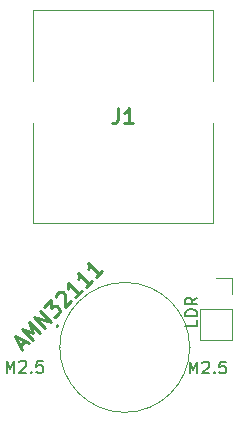
<source format=gbr>
G04 #@! TF.GenerationSoftware,KiCad,Pcbnew,(5.1.4)-1*
G04 #@! TF.CreationDate,2022-11-30T15:04:29+00:00*
G04 #@! TF.ProjectId,PIR_Board,5049525f-426f-4617-9264-2e6b69636164,rev?*
G04 #@! TF.SameCoordinates,Original*
G04 #@! TF.FileFunction,Legend,Top*
G04 #@! TF.FilePolarity,Positive*
%FSLAX46Y46*%
G04 Gerber Fmt 4.6, Leading zero omitted, Abs format (unit mm)*
G04 Created by KiCad (PCBNEW (5.1.4)-1) date 2022-11-30 15:04:29*
%MOMM*%
%LPD*%
G04 APERTURE LIST*
%ADD10C,0.200000*%
%ADD11C,0.100000*%
%ADD12C,0.120000*%
%ADD13C,0.254000*%
%ADD14C,0.150000*%
G04 APERTURE END LIST*
D10*
X66857000Y-81307000D02*
G75*
G03X66857000Y-81507000I0J-100000D01*
G01*
X66857000Y-81507000D02*
G75*
G03X66857000Y-81307000I0J100000D01*
G01*
D11*
X67053000Y-83203000D02*
G75*
G03X78053000Y-83203000I5500000J0D01*
G01*
X78053000Y-83203000D02*
G75*
G03X67053000Y-83203000I-5500000J0D01*
G01*
D10*
X66857000Y-81507000D02*
X66857000Y-81507000D01*
X66857000Y-81307000D02*
X66857000Y-81307000D01*
D11*
X78053000Y-83203000D02*
X78053000Y-83203000D01*
X67053000Y-83203000D02*
X67053000Y-83203000D01*
X64785000Y-54667500D02*
X64785000Y-60667500D01*
X80025000Y-54667500D02*
X64785000Y-54667500D01*
X80025000Y-60667500D02*
X80025000Y-54667500D01*
X64785000Y-72667500D02*
X64785000Y-64167500D01*
X80025000Y-72667500D02*
X64785000Y-72667500D01*
X80025000Y-64167500D02*
X80025000Y-72667500D01*
D12*
X80264000Y-77346500D02*
X81594000Y-77346500D01*
X81594000Y-77346500D02*
X81594000Y-78676500D01*
X81594000Y-79946500D02*
X81594000Y-82546500D01*
X78934000Y-82546500D02*
X81594000Y-82546500D01*
X78934000Y-79946500D02*
X78934000Y-82546500D01*
X78934000Y-79946500D02*
X81594000Y-79946500D01*
D13*
X63679647Y-83114194D02*
X64107278Y-82686563D01*
X63850699Y-83456299D02*
X63252015Y-82258932D01*
X64449383Y-82857615D01*
X64748725Y-82558274D02*
X63850699Y-81660248D01*
X64791488Y-82002353D01*
X64449383Y-81061564D01*
X65347409Y-81959590D01*
X65775040Y-81531959D02*
X64877014Y-80633933D01*
X66288197Y-81018801D01*
X65390172Y-80120775D01*
X65732277Y-79778670D02*
X66288197Y-79222750D01*
X66330960Y-79864197D01*
X66459250Y-79735907D01*
X66587539Y-79693144D01*
X66673065Y-79693144D01*
X66801355Y-79735907D01*
X67015170Y-79949723D01*
X67057934Y-80078012D01*
X67057934Y-80163539D01*
X67015170Y-80291828D01*
X66758592Y-80548407D01*
X66630302Y-80591170D01*
X66544776Y-80591170D01*
X66715829Y-78966171D02*
X66715829Y-78880645D01*
X66758592Y-78752355D01*
X66972407Y-78538540D01*
X67100697Y-78495777D01*
X67186223Y-78495777D01*
X67314512Y-78538540D01*
X67400039Y-78624066D01*
X67485565Y-78795119D01*
X67485565Y-79821434D01*
X68041485Y-79265513D01*
X68896748Y-78410250D02*
X68383590Y-78923408D01*
X68640169Y-78666829D02*
X67742144Y-77768804D01*
X67784907Y-77982619D01*
X67784907Y-78153672D01*
X67742144Y-78281961D01*
X69752010Y-77554988D02*
X69238853Y-78068145D01*
X69495432Y-77811567D02*
X68597406Y-76913541D01*
X68640169Y-77127357D01*
X68640169Y-77298409D01*
X68597406Y-77426699D01*
X70607273Y-76699725D02*
X70094115Y-77212883D01*
X70350694Y-76956304D02*
X69452669Y-76058279D01*
X69495432Y-76272094D01*
X69495432Y-76443147D01*
X69452669Y-76571436D01*
X71981666Y-62972023D02*
X71981666Y-63879166D01*
X71921190Y-64060595D01*
X71800238Y-64181547D01*
X71618809Y-64242023D01*
X71497857Y-64242023D01*
X73251666Y-64242023D02*
X72525952Y-64242023D01*
X72888809Y-64242023D02*
X72888809Y-62972023D01*
X72767857Y-63153452D01*
X72646904Y-63274404D01*
X72525952Y-63334880D01*
D14*
X62547690Y-85351880D02*
X62547690Y-84351880D01*
X62881023Y-85066166D01*
X63214357Y-84351880D01*
X63214357Y-85351880D01*
X63642928Y-84447119D02*
X63690547Y-84399500D01*
X63785785Y-84351880D01*
X64023880Y-84351880D01*
X64119119Y-84399500D01*
X64166738Y-84447119D01*
X64214357Y-84542357D01*
X64214357Y-84637595D01*
X64166738Y-84780452D01*
X63595309Y-85351880D01*
X64214357Y-85351880D01*
X64642928Y-85256642D02*
X64690547Y-85304261D01*
X64642928Y-85351880D01*
X64595309Y-85304261D01*
X64642928Y-85256642D01*
X64642928Y-85351880D01*
X65595309Y-84351880D02*
X65119119Y-84351880D01*
X65071500Y-84828071D01*
X65119119Y-84780452D01*
X65214357Y-84732833D01*
X65452452Y-84732833D01*
X65547690Y-84780452D01*
X65595309Y-84828071D01*
X65642928Y-84923309D01*
X65642928Y-85161404D01*
X65595309Y-85256642D01*
X65547690Y-85304261D01*
X65452452Y-85351880D01*
X65214357Y-85351880D01*
X65119119Y-85304261D01*
X65071500Y-85256642D01*
X78041690Y-85415380D02*
X78041690Y-84415380D01*
X78375023Y-85129666D01*
X78708357Y-84415380D01*
X78708357Y-85415380D01*
X79136928Y-84510619D02*
X79184547Y-84463000D01*
X79279785Y-84415380D01*
X79517880Y-84415380D01*
X79613119Y-84463000D01*
X79660738Y-84510619D01*
X79708357Y-84605857D01*
X79708357Y-84701095D01*
X79660738Y-84843952D01*
X79089309Y-85415380D01*
X79708357Y-85415380D01*
X80136928Y-85320142D02*
X80184547Y-85367761D01*
X80136928Y-85415380D01*
X80089309Y-85367761D01*
X80136928Y-85320142D01*
X80136928Y-85415380D01*
X81089309Y-84415380D02*
X80613119Y-84415380D01*
X80565500Y-84891571D01*
X80613119Y-84843952D01*
X80708357Y-84796333D01*
X80946452Y-84796333D01*
X81041690Y-84843952D01*
X81089309Y-84891571D01*
X81136928Y-84986809D01*
X81136928Y-85224904D01*
X81089309Y-85320142D01*
X81041690Y-85367761D01*
X80946452Y-85415380D01*
X80708357Y-85415380D01*
X80613119Y-85367761D01*
X80565500Y-85320142D01*
X78684380Y-80890976D02*
X78684380Y-81367166D01*
X77684380Y-81367166D01*
X78684380Y-80557642D02*
X77684380Y-80557642D01*
X77684380Y-80319547D01*
X77732000Y-80176690D01*
X77827238Y-80081452D01*
X77922476Y-80033833D01*
X78112952Y-79986214D01*
X78255809Y-79986214D01*
X78446285Y-80033833D01*
X78541523Y-80081452D01*
X78636761Y-80176690D01*
X78684380Y-80319547D01*
X78684380Y-80557642D01*
X78684380Y-78986214D02*
X78208190Y-79319547D01*
X78684380Y-79557642D02*
X77684380Y-79557642D01*
X77684380Y-79176690D01*
X77732000Y-79081452D01*
X77779619Y-79033833D01*
X77874857Y-78986214D01*
X78017714Y-78986214D01*
X78112952Y-79033833D01*
X78160571Y-79081452D01*
X78208190Y-79176690D01*
X78208190Y-79557642D01*
M02*

</source>
